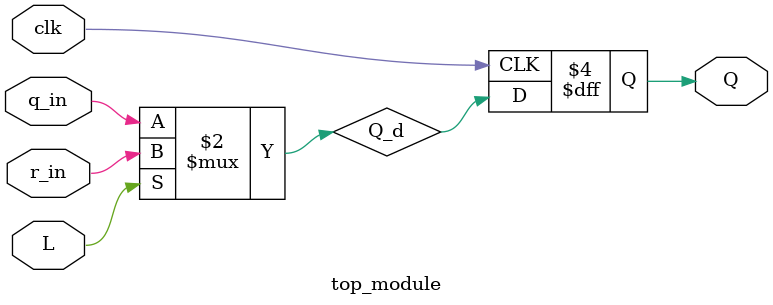
<source format=v>
module top_module (
	input clk,
	input L,
	input r_in,
	input q_in,
	output reg Q);
    
    wire Q_d;
    assign Q_d = (L == 1'b1) ? r_in : q_in;
    
    always @(posedge clk) Q <= Q_d;    
    
endmodule

</source>
